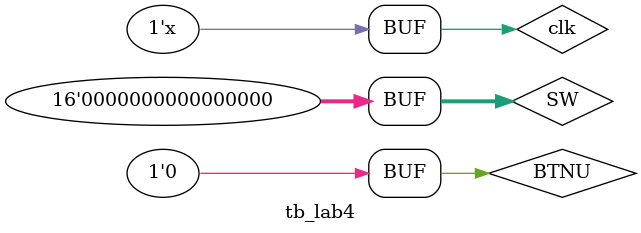
<source format=v>
`timescale 1ns / 1ps


module tb_lab4(
);
    
    reg [15:0] SW;
    reg BTNU;
    reg clk;
    
    wire [6:0] sseg;
    wire DP;
    wire [7:0]AN;
    
    lab_4_top lab_4_top_1(
        .SW(SW),
        .BTNU(BTNU), 
        .clk(clk),
        .sseg(sseg),
        .DP(DP),
        .AN(AN)
    );
    
    always #5 clk = ~clk;
    
    initial begin 
        clk = 0;
        SW = 16'd0;
        SW[15] = 1;
        #10 SW[15] = 0;
        #10 SW[0] = 1;
        #10 SW[0] = 0;
        #10 BTNU = 1;
        #10 BTNU = 0;
    end
        

endmodule

</source>
